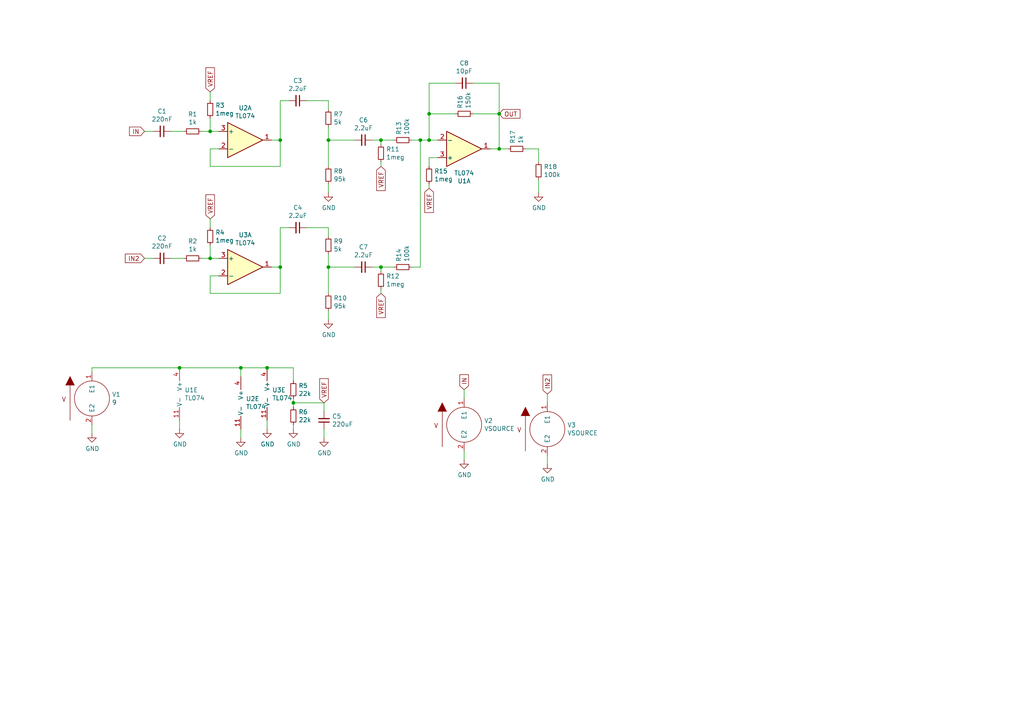
<source format=kicad_sch>
(kicad_sch (version 20211123) (generator eeschema)
  (paper "A4")
  (lib_symbols
    (symbol "Amplifier_Operational:TL074" (pin_names (offset 0.127))
      (property "Reference" "U" (at 0 5.08 0))
      (property "Value" "TL074" (at 0 -5.08 0))
      (symbol "TL074_1_1"
        (polyline (pts (xy -5.08 5.08) (xy 5.08 0) (xy -5.08 -5.08) (xy -5.08 5.08)) (stroke (width 0.254)) (fill (type background)))
        (pin output line (at 7.62 0 180) (length 2.54) (name "~") (number "1"))
        (pin input line (at -7.62 -2.54 0) (length 2.54) (name "-") (number "2"))
        (pin input line (at -7.62 2.54 0) (length 2.54) (name "+") (number "3"))
      )
      (symbol "TL074_2_1"
        (polyline (pts (xy -5.08 5.08) (xy 5.08 0) (xy -5.08 -5.08) (xy -5.08 5.08)) (stroke (width 0.254)) (fill (type background)))
        (pin input line (at -7.62 2.54 0) (length 2.54) (name "+") (number "5"))
        (pin input line (at -7.62 -2.54 0) (length 2.54) (name "-") (number "6"))
        (pin output line (at 7.62 0 180) (length 2.54) (name "~") (number "7"))
      )
      (symbol "TL074_3_1"
        (polyline (pts (xy -5.08 5.08) (xy 5.08 0) (xy -5.08 -5.08) (xy -5.08 5.08)) (stroke (width 0.254)) (fill (type background)))
        (pin input line (at -7.62 2.54 0) (length 2.54) (name "+") (number "10"))
        (pin output line (at 7.62 0 180) (length 2.54) (name "~") (number "8"))
        (pin input line (at -7.62 -2.54 0) (length 2.54) (name "-") (number "9"))
      )
      (symbol "TL074_4_1"
        (polyline (pts (xy -5.08 5.08) (xy 5.08 0) (xy -5.08 -5.08) (xy -5.08 5.08)) (stroke (width 0.254)) (fill (type background)))
        (pin input line (at -7.62 2.54 0) (length 2.54) (name "+") (number "12"))
        (pin input line (at -7.62 -2.54 0) (length 2.54) (name "-") (number "13"))
        (pin output line (at 7.62 0 180) (length 2.54) (name "~") (number "14"))
      )
      (symbol "TL074_5_1"
        (pin power_in line (at -2.54 -7.62 90) (length 3.81) (name "V-") (number "11"))
        (pin power_in line (at -2.54 7.62 270) (length 3.81) (name "V+") (number "4"))
      )
    )
    (symbol "Device:C_Small" (pin_numbers hide) (pin_names (offset 0.254) hide)
      (property "Reference" "C" (at 0.254 1.778 0))
      (property "Value" "C_Small" (at 0.254 -2.032 0))
      (symbol "C_Small_0_1"
        (polyline (pts (xy -1.524 -0.508) (xy 1.524 -0.508)) (stroke (width 0.3302)))
        (polyline (pts (xy -1.524 0.508) (xy 1.524 0.508)) (stroke (width 0.3048)))
      )
      (symbol "C_Small_1_1"
        (pin passive line (at 0 2.54 270) (length 2.032) (name "~") (number "1"))
        (pin passive line (at 0 -2.54 90) (length 2.032) (name "~") (number "2"))
      )
    )
    (symbol "Device:R_Small" (pin_numbers hide) (pin_names (offset 0.254) hide)
      (property "Reference" "R" (at 0.762 0.508 0))
      (property "Value" "R_Small" (at 0.762 -1.016 0))
      (symbol "R_Small_0_1"
        (rectangle (start -0.762 1.778) (end 0.762 -1.778) (stroke (width 0.2032)))
      )
      (symbol "R_Small_1_1"
        (pin passive line (at 0 2.54 270) (length 0.762) (name "~") (number "1"))
        (pin passive line (at 0 -2.54 90) (length 0.762) (name "~") (number "2"))
      )
    )
    (symbol "power:GND" (power) (pin_names (offset 0))
      (property "Value" "GND" (at 0 -3.81 0))
      (symbol "GND_0_1"
        (polyline (pts (xy 0 0) (xy 0 -1.27) (xy 1.27 -1.27) (xy 0 -2.54) (xy -1.27 -1.27) (xy 0 -1.27)))
      )
      (symbol "GND_1_1"
        (pin power_in line (at 0 0 270) (length 0) hide (name "GND") (number "1"))
      )
    )
    (symbol "pspice:VSOURCE" (pin_names (offset 1.016))
      (property "Reference" "V" (at -6.35 7.62 0))
      (property "Value" "VSOURCE" (at 0 0 0))
      (symbol "VSOURCE_0_1"
        (polyline (pts (xy -6.35 -6.35) (xy -6.35 3.81)) (fill (type outline)))
        (polyline (pts (xy -7.62 3.81) (xy -6.35 6.35) (xy -5.08 3.81)) (fill (type outline)))
        (circle (center 0 0) (radius 5.08))
        (text "V" (at -8.128 -0.254 0) (effects (font (size 1.27 1.27))))
      )
      (symbol "VSOURCE_1_1"
        (pin input line (at 0 7.62 270) (length 2.54) (name "E1") (number "1"))
        (pin input line (at 0 -7.62 90) (length 2.54) (name "E2") (number "2"))
      )
    )
  )
  (junction (at 144.78 33.02))
  (junction (at 124.46 40.64))
  (junction (at 110.49 40.64))
  (junction (at 95.25 77.47))
  (junction (at 77.47 106.68))
  (junction (at 52.07 106.68))
  (junction (at 81.28 40.64))
  (junction (at 60.96 38.1))
  (junction (at 124.46 33.02))
  (junction (at 121.92 40.64))
  (junction (at 144.78 43.18))
  (junction (at 69.85 106.68))
  (junction (at 85.09 116.84))
  (junction (at 81.28 77.47))
  (junction (at 110.49 77.47))
  (junction (at 60.96 74.93))
  (junction (at 95.25 40.64))
  (wire (pts (xy 77.47 121.92) (xy 77.47 124.46)))
  (wire (pts (xy 95.25 73.66) (xy 95.25 77.47)))
  (wire (pts (xy 88.9 66.04) (xy 95.25 66.04)))
  (wire (pts (xy 81.28 29.21) (xy 83.82 29.21)))
  (wire (pts (xy 81.28 66.04) (xy 81.28 77.47)))
  (wire (pts (xy 49.53 74.93) (xy 53.34 74.93)))
  (wire (pts (xy 156.21 43.18) (xy 152.4 43.18)))
  (wire (pts (xy 121.92 40.64) (xy 124.46 40.64)))
  (wire (pts (xy 119.38 40.64) (xy 121.92 40.64)))
  (wire (pts (xy 81.28 40.64) (xy 78.74 40.64)))
  (wire (pts (xy 85.09 116.84) (xy 85.09 115.57)))
  (wire (pts (xy 137.16 24.13) (xy 144.78 24.13)))
  (wire (pts (xy 60.96 26.67) (xy 60.96 29.21)))
  (wire (pts (xy 156.21 46.99) (xy 156.21 43.18)))
  (wire (pts (xy 110.49 46.99) (xy 110.49 48.26)))
  (wire (pts (xy 85.09 116.84) (xy 93.98 116.84)))
  (wire (pts (xy 95.25 55.88) (xy 95.25 53.34)))
  (wire (pts (xy 60.96 48.26) (xy 81.28 48.26)))
  (wire (pts (xy 124.46 53.34) (xy 124.46 54.61)))
  (wire (pts (xy 95.25 31.75) (xy 95.25 29.21)))
  (wire (pts (xy 134.62 133.35) (xy 134.62 130.81)))
  (wire (pts (xy 132.08 24.13) (xy 124.46 24.13)))
  (wire (pts (xy 144.78 24.13) (xy 144.78 33.02)))
  (wire (pts (xy 93.98 127) (xy 93.98 124.46)))
  (wire (pts (xy 58.42 74.93) (xy 60.96 74.93)))
  (wire (pts (xy 144.78 43.18) (xy 142.24 43.18)))
  (wire (pts (xy 63.5 80.01) (xy 60.96 80.01)))
  (wire (pts (xy 124.46 33.02) (xy 124.46 40.64)))
  (wire (pts (xy 81.28 85.09) (xy 81.28 77.47)))
  (wire (pts (xy 132.08 33.02) (xy 124.46 33.02)))
  (wire (pts (xy 41.91 74.93) (xy 44.45 74.93)))
  (wire (pts (xy 121.92 77.47) (xy 121.92 40.64)))
  (wire (pts (xy 137.16 33.02) (xy 144.78 33.02)))
  (wire (pts (xy 60.96 34.29) (xy 60.96 38.1)))
  (wire (pts (xy 85.09 124.46) (xy 85.09 123.19)))
  (wire (pts (xy 114.3 77.47) (xy 110.49 77.47)))
  (wire (pts (xy 110.49 78.74) (xy 110.49 77.47)))
  (wire (pts (xy 95.25 68.58) (xy 95.25 66.04)))
  (wire (pts (xy 60.96 80.01) (xy 60.96 85.09)))
  (wire (pts (xy 60.96 85.09) (xy 81.28 85.09)))
  (wire (pts (xy 52.07 121.92) (xy 52.07 124.46)))
  (wire (pts (xy 88.9 29.21) (xy 95.25 29.21)))
  (wire (pts (xy 114.3 40.64) (xy 110.49 40.64)))
  (wire (pts (xy 60.96 71.12) (xy 60.96 74.93)))
  (wire (pts (xy 144.78 33.02) (xy 144.78 43.18)))
  (wire (pts (xy 81.28 29.21) (xy 81.28 40.64)))
  (wire (pts (xy 124.46 24.13) (xy 124.46 33.02)))
  (wire (pts (xy 60.96 38.1) (xy 63.5 38.1)))
  (wire (pts (xy 58.42 38.1) (xy 60.96 38.1)))
  (wire (pts (xy 60.96 74.93) (xy 63.5 74.93)))
  (wire (pts (xy 110.49 41.91) (xy 110.49 40.64)))
  (wire (pts (xy 85.09 118.11) (xy 85.09 116.84)))
  (wire (pts (xy 95.25 36.83) (xy 95.25 40.64)))
  (wire (pts (xy 95.25 40.64) (xy 102.87 40.64)))
  (wire (pts (xy 147.32 43.18) (xy 144.78 43.18)))
  (wire (pts (xy 110.49 40.64) (xy 107.95 40.64)))
  (wire (pts (xy 110.49 77.47) (xy 107.95 77.47)))
  (wire (pts (xy 95.25 77.47) (xy 102.87 77.47)))
  (wire (pts (xy 119.38 77.47) (xy 121.92 77.47)))
  (wire (pts (xy 26.67 123.19) (xy 26.67 125.73)))
  (wire (pts (xy 95.25 40.64) (xy 95.25 48.26)))
  (wire (pts (xy 69.85 109.22) (xy 69.85 106.68)))
  (wire (pts (xy 95.25 92.71) (xy 95.25 90.17)))
  (wire (pts (xy 60.96 63.5) (xy 60.96 66.04)))
  (wire (pts (xy 156.21 55.88) (xy 156.21 52.07)))
  (wire (pts (xy 158.75 134.62) (xy 158.75 132.08)))
  (wire (pts (xy 69.85 124.46) (xy 69.85 127)))
  (wire (pts (xy 81.28 66.04) (xy 83.82 66.04)))
  (wire (pts (xy 41.91 38.1) (xy 44.45 38.1)))
  (wire (pts (xy 49.53 38.1) (xy 53.34 38.1)))
  (wire (pts (xy 127 45.72) (xy 124.46 45.72)))
  (wire (pts (xy 134.62 113.03) (xy 134.62 115.57)))
  (wire (pts (xy 124.46 45.72) (xy 124.46 48.26)))
  (wire (pts (xy 95.25 77.47) (xy 95.25 85.09)))
  (wire (pts (xy 77.47 106.68) (xy 85.09 106.68)))
  (wire (pts (xy 69.85 106.68) (xy 77.47 106.68)))
  (wire (pts (xy 81.28 77.47) (xy 78.74 77.47)))
  (wire (pts (xy 60.96 43.18) (xy 60.96 48.26)))
  (wire (pts (xy 85.09 106.68) (xy 85.09 110.49)))
  (wire (pts (xy 93.98 116.84) (xy 93.98 119.38)))
  (wire (pts (xy 81.28 48.26) (xy 81.28 40.64)))
  (wire (pts (xy 158.75 114.3) (xy 158.75 116.84)))
  (wire (pts (xy 110.49 83.82) (xy 110.49 85.09)))
  (wire (pts (xy 63.5 43.18) (xy 60.96 43.18)))
  (wire (pts (xy 26.67 107.95) (xy 26.67 106.68)))
  (wire (pts (xy 127 40.64) (xy 124.46 40.64)))
  (wire (pts (xy 52.07 106.68) (xy 69.85 106.68)))
  (wire (pts (xy 26.67 106.68) (xy 52.07 106.68)))
  (global_label "IN2" (shape input) (at 158.75 114.3 90) (property "Intersheet References" "${INTERSHEET_REFS}" (effects hide)))
  (global_label "VREF" (shape input) (at 124.46 54.61 270) (property "Intersheet References" "${INTERSHEET_REFS}" (effects hide)))
  (global_label "VREF" (shape input) (at 110.49 85.09 270) (property "Intersheet References" "${INTERSHEET_REFS}" (effects hide)))
  (global_label "OUT" (shape input) (at 144.78 33.02 0) (property "Intersheet References" "${INTERSHEET_REFS}" (effects hide)))
  (global_label "IN2" (shape input) (at 41.91 74.93 180) (property "Intersheet References" "${INTERSHEET_REFS}" (effects hide)))
  (global_label "VREF" (shape input) (at 93.98 116.84 90) (property "Intersheet References" "${INTERSHEET_REFS}" (effects hide)))
  (global_label "IN" (shape input) (at 134.62 113.03 90) (property "Intersheet References" "${INTERSHEET_REFS}" (effects hide)))
  (global_label "IN" (shape input) (at 41.91 38.1 180) (property "Intersheet References" "${INTERSHEET_REFS}" (effects hide)))
  (global_label "VREF" (shape input) (at 60.96 26.67 90) (property "Intersheet References" "${INTERSHEET_REFS}" (effects hide)))
  (global_label "VREF" (shape input) (at 110.49 48.26 270) (property "Intersheet References" "${INTERSHEET_REFS}" (effects hide)))
  (global_label "VREF" (shape input) (at 60.96 63.5 90) (property "Intersheet References" "${INTERSHEET_REFS}" (effects hide)))
  (symbol (lib_id "pspice:VSOURCE") (at 26.67 115.57 0) (unit 1)
    (property "Reference" "V1" (at 32.4612 114.4016 0) (effects (justify left)))
    (property "Value" "VSOURCE" (at 32.4612 116.713 0) (effects (justify left)))
    (property "Spice_Primitive" "V" (effects hide))
    (property "Spice_Model" "dc 9" (effects hide))
    (property "Spice_Netlist_Enabled" "Y" (effects hide))
  )
  (symbol (lib_id "Device:R_Small") (at 55.88 38.1 270) (unit 1)
    (property "Reference" "R1" (at 55.88 33.1216 90))
    (property "Value" "1k" (at 55.88 35.433 90))
  )
  (symbol (lib_id "Device:C_Small") (at 46.99 38.1 270) (unit 1)
    (property "Reference" "C1" (at 46.99 32.2834 90))
    (property "Value" "220nF" (at 46.99 34.5948 90))
  )
  (symbol (lib_id "Device:R_Small") (at 95.25 50.8 180) (unit 1)
    (property "Reference" "R8" (at 96.7486 49.6316 0) (effects (justify right)))
    (property "Value" "95k" (at 96.7486 51.943 0) (effects (justify right)))
  )
  (symbol (lib_id "pspice:VSOURCE") (at 134.62 123.19 0) (unit 1)
    (property "Reference" "V2" (at 140.4112 122.0216 0) (effects (justify left)))
    (property "Value" "VSOURCE" (at 140.4112 124.333 0) (effects (justify left)))
    (property "Spice_Primitive" "V" (effects hide))
    (property "Spice_Model" "dc 0 ac 1 sin(0 1 1k)" (effects hide))
    (property "Spice_Netlist_Enabled" "Y" (effects hide))
  )
  (symbol (lib_id "power:GND") (at 134.62 133.35 0) (unit 1)
    (property "Reference" "#PWR09" (effects hide))
    (property "Value" "GND" (at 134.747 137.7442 0))
  )
  (symbol (lib_id "power:GND") (at 26.67 125.73 0) (unit 1)
    (property "Reference" "#PWR01" (effects hide))
    (property "Value" "GND" (at 26.797 130.1242 0))
  )
  (symbol (lib_id "Device:R_Small") (at 85.09 113.03 180) (unit 1)
    (property "Reference" "R5" (at 86.5886 111.8616 0) (effects (justify right)))
    (property "Value" "22k" (at 86.5886 114.173 0) (effects (justify right)))
  )
  (symbol (lib_id "Device:R_Small") (at 85.09 120.65 180) (unit 1)
    (property "Reference" "R6" (at 86.5886 119.4816 0) (effects (justify right)))
    (property "Value" "22k" (at 86.5886 121.793 0) (effects (justify right)))
  )
  (symbol (lib_id "power:GND") (at 85.09 124.46 0) (unit 1)
    (property "Reference" "#PWR05" (effects hide))
    (property "Value" "GND" (at 85.217 128.8542 0))
  )
  (symbol (lib_id "Device:C_Small") (at 93.98 121.92 180) (unit 1)
    (property "Reference" "C5" (at 96.3168 120.7516 0) (effects (justify right)))
    (property "Value" "220uF" (at 96.3168 123.063 0) (effects (justify right)))
  )
  (symbol (lib_id "power:GND") (at 93.98 127 0) (unit 1)
    (property "Reference" "#PWR06" (effects hide))
    (property "Value" "GND" (at 94.107 131.3942 0))
  )
  (symbol (lib_id "Device:R_Small") (at 60.96 31.75 180) (unit 1)
    (property "Reference" "R3" (at 62.4586 30.5816 0) (effects (justify right)))
    (property "Value" "1meg" (at 62.4586 32.893 0) (effects (justify right)))
  )
  (symbol (lib_id "Amplifier_Operational:TL074") (at 134.62 43.18 0) (mirror x) (unit 1)
    (property "Reference" "U1" (at 134.62 52.5018 0))
    (property "Value" "TL074" (at 134.62 50.1904 0))
    (property "Datasheet" "http://www.ti.com/lit/ds/symlink/tl071.pdf" (effects hide))
    (property "Spice_Primitive" "X" (effects hide))
    (property "Spice_Model" "TL074" (effects hide))
    (property "Spice_Netlist_Enabled" "Y" (effects hide))
    (property "Spice_Node_Sequence" "3 2 4 11 1" (effects hide))
    (property "Spice_Lib_File" "TL074.301" (effects hide))
  )
  (symbol (lib_id "Amplifier_Operational:TL074") (at 71.12 40.64 0) (unit 1)
    (property "Reference" "U2" (at 71.12 31.3182 0))
    (property "Value" "TL074" (at 71.12 33.6296 0))
    (property "Datasheet" "http://www.ti.com/lit/ds/symlink/tl071.pdf" (effects hide))
    (property "Spice_Primitive" "X" (effects hide))
    (property "Spice_Model" "TL074" (effects hide))
    (property "Spice_Netlist_Enabled" "Y" (effects hide))
    (property "Spice_Node_Sequence" "3 2 4 11 1" (effects hide))
    (property "Spice_Lib_File" "TL074.301" (effects hide))
  )
  (symbol (lib_id "Device:R_Small") (at 116.84 40.64 270) (unit 1)
    (property "Reference" "R13" (at 115.6716 39.1414 0) (effects (justify right)))
    (property "Value" "100k" (at 117.983 39.1414 0) (effects (justify right)))
  )
  (symbol (lib_id "Device:R_Small") (at 134.62 33.02 270) (unit 1)
    (property "Reference" "R16" (at 133.4516 31.5214 0) (effects (justify right)))
    (property "Value" "150k" (at 135.763 31.5214 0) (effects (justify right)))
  )
  (symbol (lib_id "Device:R_Small") (at 156.21 49.53 180) (unit 1)
    (property "Reference" "R18" (at 157.7086 48.3616 0) (effects (justify right)))
    (property "Value" "100k" (at 157.7086 50.673 0) (effects (justify right)))
  )
  (symbol (lib_id "Device:R_Small") (at 149.86 43.18 270) (unit 1)
    (property "Reference" "R17" (at 148.6916 41.6814 0) (effects (justify right)))
    (property "Value" "1k" (at 151.003 41.6814 0) (effects (justify right)))
  )
  (symbol (lib_id "power:GND") (at 156.21 55.88 0) (unit 1)
    (property "Reference" "#PWR010" (effects hide))
    (property "Value" "GND" (at 156.337 60.2742 0))
  )
  (symbol (lib_id "Device:R_Small") (at 124.46 50.8 180) (unit 1)
    (property "Reference" "R15" (at 125.9586 49.6316 0) (effects (justify right)))
    (property "Value" "1meg" (at 125.9586 51.943 0) (effects (justify right)))
  )
  (symbol (lib_id "Amplifier_Operational:TL074") (at 72.39 116.84 0) (unit 5)
    (property "Reference" "U2" (at 71.3232 115.6716 0) (effects (justify left)))
    (property "Value" "TL074" (at 71.3232 117.983 0) (effects (justify left)))
    (property "Datasheet" "http://www.ti.com/lit/ds/symlink/tl071.pdf" (effects hide))
    (property "Spice_Primitive" "X" (effects hide))
    (property "Spice_Model" "TL074" (effects hide))
    (property "Spice_Netlist_Enabled" "Y" (effects hide))
    (property "Spice_Node_Sequence" "3 2 4 11 1" (effects hide))
    (property "Spice_Lib_File" "TL074.301" (effects hide))
  )
  (symbol (lib_id "power:GND") (at 69.85 127 0) (unit 1)
    (property "Reference" "#PWR03" (effects hide))
    (property "Value" "GND" (at 69.977 131.3942 0))
  )
  (symbol (lib_id "Device:R_Small") (at 95.25 34.29 180) (unit 1)
    (property "Reference" "R7" (at 96.7486 33.1216 0) (effects (justify right)))
    (property "Value" "5k" (at 96.7486 35.433 0) (effects (justify right)))
  )
  (symbol (lib_id "Device:C_Small") (at 86.36 29.21 270) (unit 1)
    (property "Reference" "C3" (at 86.36 23.3934 90))
    (property "Value" "2.2uF" (at 86.36 25.7048 90))
  )
  (symbol (lib_id "power:GND") (at 95.25 55.88 0) (unit 1)
    (property "Reference" "#PWR07" (effects hide))
    (property "Value" "GND" (at 95.377 60.2742 0))
  )
  (symbol (lib_id "Device:C_Small") (at 105.41 40.64 270) (unit 1)
    (property "Reference" "C6" (at 105.41 34.8234 90))
    (property "Value" "2.2uF" (at 105.41 37.1348 90))
  )
  (symbol (lib_id "Device:R_Small") (at 110.49 44.45 180) (unit 1)
    (property "Reference" "R11" (at 111.9886 43.2816 0) (effects (justify right)))
    (property "Value" "1meg" (at 111.9886 45.593 0) (effects (justify right)))
  )
  (symbol (lib_id "Device:C_Small") (at 134.62 24.13 270) (unit 1)
    (property "Reference" "C8" (at 134.62 18.3134 90))
    (property "Value" "10pF" (at 134.62 20.6248 90))
  )
  (symbol (lib_id "Device:C_Small") (at 86.36 66.04 270) (unit 1)
    (property "Reference" "C4" (at 86.36 60.2234 90))
    (property "Value" "2.2uF" (at 86.36 62.5348 90))
  )
  (symbol (lib_id "Amplifier_Operational:TL074") (at 80.01 114.3 0) (unit 5)
    (property "Reference" "U3" (at 78.9432 113.1316 0) (effects (justify left)))
    (property "Value" "TL074" (at 78.9432 115.443 0) (effects (justify left)))
    (property "Datasheet" "http://www.ti.com/lit/ds/symlink/tl071.pdf" (effects hide))
    (property "Spice_Primitive" "X" (effects hide))
    (property "Spice_Model" "TL074" (effects hide))
    (property "Spice_Netlist_Enabled" "Y" (effects hide))
    (property "Spice_Node_Sequence" "3 2 4 11 1" (effects hide))
    (property "Spice_Lib_File" "TL074.301" (effects hide))
  )
  (symbol (lib_id "Device:R_Small") (at 95.25 87.63 180) (unit 1)
    (property "Reference" "R10" (at 96.7486 86.4616 0) (effects (justify right)))
    (property "Value" "95k" (at 96.7486 88.773 0) (effects (justify right)))
  )
  (symbol (lib_id "Device:R_Small") (at 95.25 71.12 180) (unit 1)
    (property "Reference" "R9" (at 96.7486 69.9516 0) (effects (justify right)))
    (property "Value" "5k" (at 96.7486 72.263 0) (effects (justify right)))
  )
  (symbol (lib_id "power:GND") (at 158.75 134.62 0) (unit 1)
    (property "Reference" "#PWR011" (effects hide))
    (property "Value" "GND" (at 158.877 139.0142 0))
  )
  (symbol (lib_id "Amplifier_Operational:TL074") (at 71.12 77.47 0) (unit 1)
    (property "Reference" "U3" (at 71.12 68.1482 0))
    (property "Value" "TL074" (at 71.12 70.4596 0))
    (property "Datasheet" "http://www.ti.com/lit/ds/symlink/tl071.pdf" (effects hide))
    (property "Spice_Primitive" "X" (effects hide))
    (property "Spice_Model" "TL074" (effects hide))
    (property "Spice_Netlist_Enabled" "Y" (effects hide))
    (property "Spice_Node_Sequence" "3 2 4 11 1" (effects hide))
    (property "Spice_Lib_File" "TL074.301" (effects hide))
  )
  (symbol (lib_id "Device:R_Small") (at 110.49 81.28 180) (unit 1)
    (property "Reference" "R12" (at 111.9886 80.1116 0) (effects (justify right)))
    (property "Value" "1meg" (at 111.9886 82.423 0) (effects (justify right)))
  )
  (symbol (lib_id "Device:C_Small") (at 105.41 77.47 270) (unit 1)
    (property "Reference" "C7" (at 105.41 71.6534 90))
    (property "Value" "2.2uF" (at 105.41 73.9648 90))
  )
  (symbol (lib_id "power:GND") (at 52.07 124.46 0) (unit 1)
    (property "Reference" "#PWR02" (effects hide))
    (property "Value" "GND" (at 52.197 128.8542 0))
  )
  (symbol (lib_id "power:GND") (at 95.25 92.71 0) (unit 1)
    (property "Reference" "#PWR08" (effects hide))
    (property "Value" "GND" (at 95.377 97.1042 0))
  )
  (symbol (lib_id "pspice:VSOURCE") (at 158.75 124.46 0) (unit 1)
    (property "Reference" "V3" (at 164.5412 123.2916 0) (effects (justify left)))
    (property "Value" "VSOURCE" (at 164.5412 125.603 0) (effects (justify left)))
    (property "Spice_Primitive" "V" (effects hide))
    (property "Spice_Model" "dc 0 ac 1 sin(0 1 3k)" (effects hide))
    (property "Spice_Netlist_Enabled" "Y" (effects hide))
  )
  (symbol (lib_id "Device:R_Small") (at 60.96 68.58 180) (unit 1)
    (property "Reference" "R4" (at 62.4586 67.4116 0) (effects (justify right)))
    (property "Value" "1meg" (at 62.4586 69.723 0) (effects (justify right)))
  )
  (symbol (lib_id "Device:C_Small") (at 46.99 74.93 270) (unit 1)
    (property "Reference" "C2" (at 46.99 69.1134 90))
    (property "Value" "220nF" (at 46.99 71.4248 90))
  )
  (symbol (lib_id "Device:R_Small") (at 116.84 77.47 270) (unit 1)
    (property "Reference" "R14" (at 115.6716 75.9714 0) (effects (justify right)))
    (property "Value" "100k" (at 117.983 75.9714 0) (effects (justify right)))
  )
  (symbol (lib_id "Amplifier_Operational:TL074") (at 54.61 114.3 0) (unit 5)
    (property "Reference" "U1" (at 53.5432 113.1316 0) (effects (justify left)))
    (property "Value" "TL074" (at 53.5432 115.443 0) (effects (justify left)))
    (property "Datasheet" "http://www.ti.com/lit/ds/symlink/tl071.pdf" (effects hide))
    (property "Spice_Primitive" "X" (effects hide))
    (property "Spice_Model" "TL074" (effects hide))
    (property "Spice_Netlist_Enabled" "Y" (effects hide))
    (property "Spice_Node_Sequence" "3 2 4 11 1" (effects hide))
    (property "Spice_Lib_File" "TL074.301" (effects hide))
  )
  (symbol (lib_id "Device:R_Small") (at 55.88 74.93 270) (unit 1)
    (property "Reference" "R2" (at 55.88 69.9516 90))
    (property "Value" "1k" (at 55.88 72.263 90))
  )
  (symbol (lib_id "power:GND") (at 77.47 124.46 0) (unit 1)
    (property "Reference" "#PWR04" (effects hide))
    (property "Value" "GND" (at 77.597 128.8542 0))
  )
)
</source>
